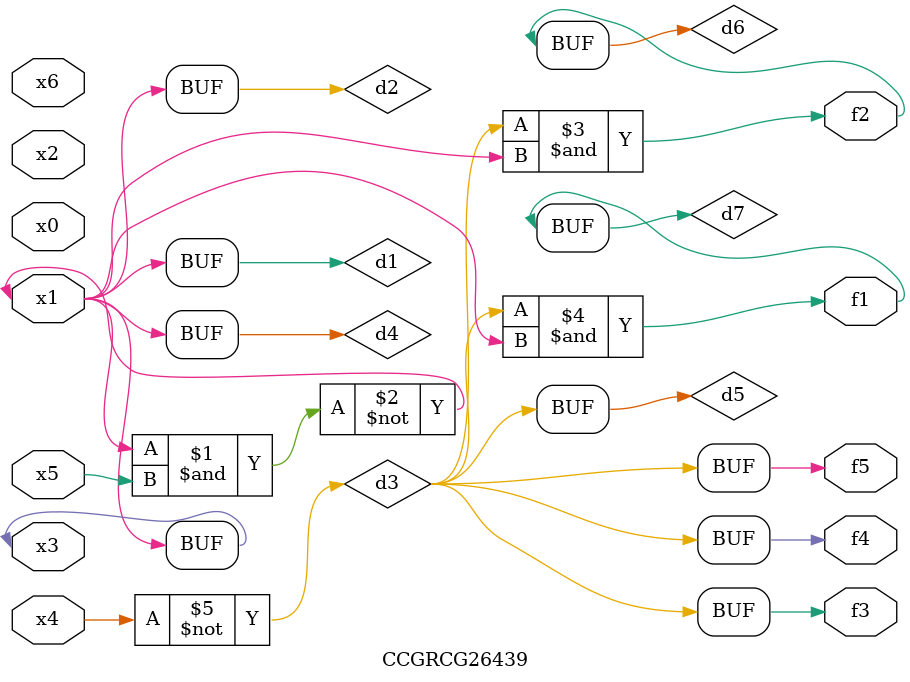
<source format=v>
module CCGRCG26439(
	input x0, x1, x2, x3, x4, x5, x6,
	output f1, f2, f3, f4, f5
);

	wire d1, d2, d3, d4, d5, d6, d7;

	buf (d1, x1, x3);
	nand (d2, x1, x5);
	not (d3, x4);
	buf (d4, d1, d2);
	buf (d5, d3);
	and (d6, d3, d4);
	and (d7, d3, d4);
	assign f1 = d7;
	assign f2 = d6;
	assign f3 = d5;
	assign f4 = d5;
	assign f5 = d5;
endmodule

</source>
